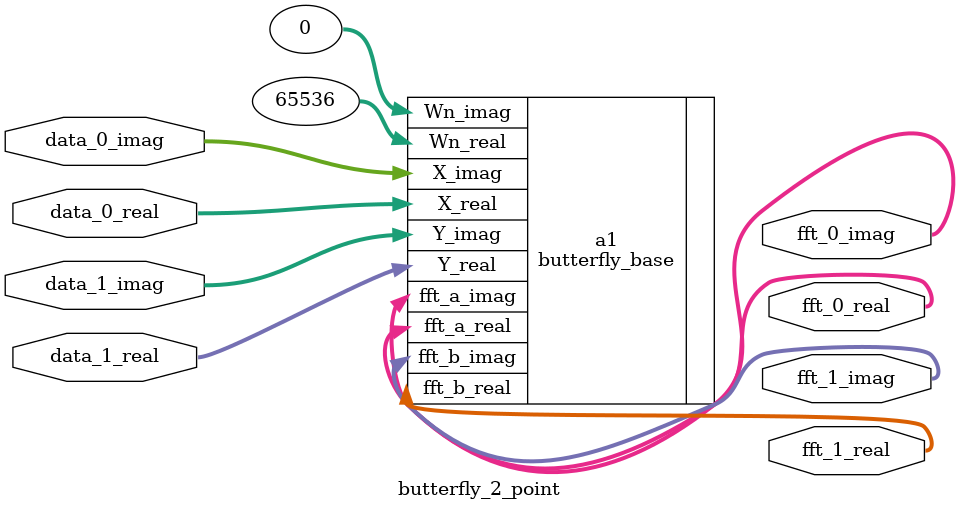
<source format=v>
module butterfly_2_point(
input [31:0]data_0_real,
input [31:0]data_0_imag,
input [31:0]data_1_real,
input [31:0]data_1_imag,

output [31:0]fft_0_real,
output [31:0]fft_0_imag,
output [31:0]fft_1_real,
output [31:0]fft_1_imag
);

parameter W0_real=32'h00010000;
parameter W0_imag=32'h00000000;

butterfly_base a1(
.X_real(data_0_real),
.X_imag(data_0_imag),
.Y_real(data_1_real),
.Y_imag(data_1_imag),
.Wn_real(W0_real),
.Wn_imag(W0_imag),
.fft_a_real(fft_0_real),
.fft_a_imag(fft_0_imag),
.fft_b_real(fft_1_real),
.fft_b_imag(fft_1_imag)
);

endmodule

</source>
